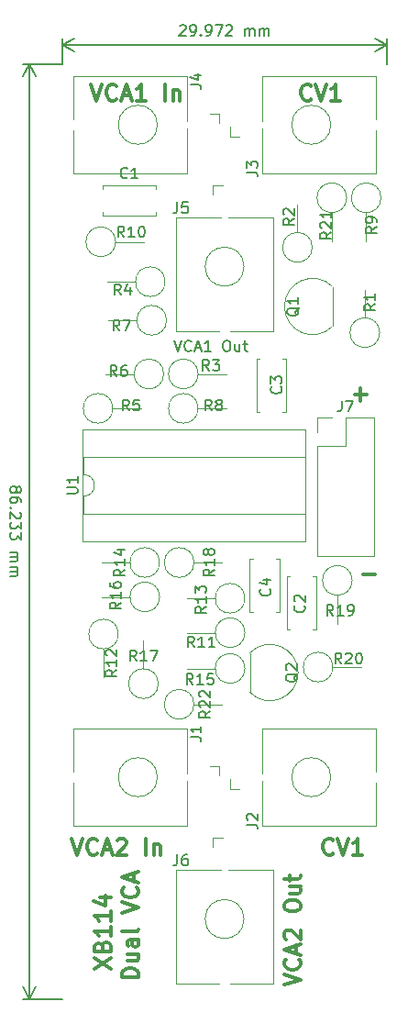
<source format=gbr>
G04 #@! TF.GenerationSoftware,KiCad,Pcbnew,(5.1.0)-1*
G04 #@! TF.CreationDate,2019-04-11T14:16:13-04:00*
G04 #@! TF.ProjectId,moog_vca,6d6f6f67-5f76-4636-912e-6b696361645f,rev?*
G04 #@! TF.SameCoordinates,Original*
G04 #@! TF.FileFunction,Legend,Top*
G04 #@! TF.FilePolarity,Positive*
%FSLAX46Y46*%
G04 Gerber Fmt 4.6, Leading zero omitted, Abs format (unit mm)*
G04 Created by KiCad (PCBNEW (5.1.0)-1) date 2019-04-11 14:16:13*
%MOMM*%
%LPD*%
G04 APERTURE LIST*
%ADD10C,0.300000*%
%ADD11C,0.200000*%
%ADD12C,0.150000*%
%ADD13C,0.120000*%
G04 APERTURE END LIST*
D10*
X179767571Y-128678285D02*
X181267571Y-127678285D01*
X179767571Y-127678285D02*
X181267571Y-128678285D01*
X180481857Y-126606857D02*
X180553285Y-126392571D01*
X180624714Y-126321142D01*
X180767571Y-126249714D01*
X180981857Y-126249714D01*
X181124714Y-126321142D01*
X181196142Y-126392571D01*
X181267571Y-126535428D01*
X181267571Y-127106857D01*
X179767571Y-127106857D01*
X179767571Y-126606857D01*
X179839000Y-126464000D01*
X179910428Y-126392571D01*
X180053285Y-126321142D01*
X180196142Y-126321142D01*
X180339000Y-126392571D01*
X180410428Y-126464000D01*
X180481857Y-126606857D01*
X180481857Y-127106857D01*
X181267571Y-124821142D02*
X181267571Y-125678285D01*
X181267571Y-125249714D02*
X179767571Y-125249714D01*
X179981857Y-125392571D01*
X180124714Y-125535428D01*
X180196142Y-125678285D01*
X181267571Y-123392571D02*
X181267571Y-124249714D01*
X181267571Y-123821142D02*
X179767571Y-123821142D01*
X179981857Y-123964000D01*
X180124714Y-124106857D01*
X180196142Y-124249714D01*
X180267571Y-122106857D02*
X181267571Y-122106857D01*
X179696142Y-122464000D02*
X180767571Y-122821142D01*
X180767571Y-121892571D01*
X183817571Y-129464000D02*
X182317571Y-129464000D01*
X182317571Y-129106857D01*
X182389000Y-128892571D01*
X182531857Y-128749714D01*
X182674714Y-128678285D01*
X182960428Y-128606857D01*
X183174714Y-128606857D01*
X183460428Y-128678285D01*
X183603285Y-128749714D01*
X183746142Y-128892571D01*
X183817571Y-129106857D01*
X183817571Y-129464000D01*
X182817571Y-127321142D02*
X183817571Y-127321142D01*
X182817571Y-127964000D02*
X183603285Y-127964000D01*
X183746142Y-127892571D01*
X183817571Y-127749714D01*
X183817571Y-127535428D01*
X183746142Y-127392571D01*
X183674714Y-127321142D01*
X183817571Y-125964000D02*
X183031857Y-125964000D01*
X182889000Y-126035428D01*
X182817571Y-126178285D01*
X182817571Y-126464000D01*
X182889000Y-126606857D01*
X183746142Y-125964000D02*
X183817571Y-126106857D01*
X183817571Y-126464000D01*
X183746142Y-126606857D01*
X183603285Y-126678285D01*
X183460428Y-126678285D01*
X183317571Y-126606857D01*
X183246142Y-126464000D01*
X183246142Y-126106857D01*
X183174714Y-125964000D01*
X183817571Y-125035428D02*
X183746142Y-125178285D01*
X183603285Y-125249714D01*
X182317571Y-125249714D01*
X182317571Y-123535428D02*
X183817571Y-123035428D01*
X182317571Y-122535428D01*
X183674714Y-121178285D02*
X183746142Y-121249714D01*
X183817571Y-121464000D01*
X183817571Y-121606857D01*
X183746142Y-121821142D01*
X183603285Y-121964000D01*
X183460428Y-122035428D01*
X183174714Y-122106857D01*
X182960428Y-122106857D01*
X182674714Y-122035428D01*
X182531857Y-121964000D01*
X182389000Y-121821142D01*
X182317571Y-121606857D01*
X182317571Y-121464000D01*
X182389000Y-121249714D01*
X182460428Y-121178285D01*
X183389000Y-120606857D02*
X183389000Y-119892571D01*
X183817571Y-120749714D02*
X182317571Y-120249714D01*
X183817571Y-119749714D01*
D11*
X187119047Y-70699380D02*
X187452380Y-71699380D01*
X187785714Y-70699380D01*
X188690476Y-71604142D02*
X188642857Y-71651761D01*
X188500000Y-71699380D01*
X188404761Y-71699380D01*
X188261904Y-71651761D01*
X188166666Y-71556523D01*
X188119047Y-71461285D01*
X188071428Y-71270809D01*
X188071428Y-71127952D01*
X188119047Y-70937476D01*
X188166666Y-70842238D01*
X188261904Y-70747000D01*
X188404761Y-70699380D01*
X188500000Y-70699380D01*
X188642857Y-70747000D01*
X188690476Y-70794619D01*
X189071428Y-71413666D02*
X189547619Y-71413666D01*
X188976190Y-71699380D02*
X189309523Y-70699380D01*
X189642857Y-71699380D01*
X190500000Y-71699380D02*
X189928571Y-71699380D01*
X190214285Y-71699380D02*
X190214285Y-70699380D01*
X190119047Y-70842238D01*
X190023809Y-70937476D01*
X189928571Y-70985095D01*
X191880952Y-70699380D02*
X192071428Y-70699380D01*
X192166666Y-70747000D01*
X192261904Y-70842238D01*
X192309523Y-71032714D01*
X192309523Y-71366047D01*
X192261904Y-71556523D01*
X192166666Y-71651761D01*
X192071428Y-71699380D01*
X191880952Y-71699380D01*
X191785714Y-71651761D01*
X191690476Y-71556523D01*
X191642857Y-71366047D01*
X191642857Y-71032714D01*
X191690476Y-70842238D01*
X191785714Y-70747000D01*
X191880952Y-70699380D01*
X193166666Y-71032714D02*
X193166666Y-71699380D01*
X192738095Y-71032714D02*
X192738095Y-71556523D01*
X192785714Y-71651761D01*
X192880952Y-71699380D01*
X193023809Y-71699380D01*
X193119047Y-71651761D01*
X193166666Y-71604142D01*
X193500000Y-71032714D02*
X193880952Y-71032714D01*
X193642857Y-70699380D02*
X193642857Y-71556523D01*
X193690476Y-71651761D01*
X193785714Y-71699380D01*
X193880952Y-71699380D01*
D10*
X179427714Y-47057571D02*
X179927714Y-48557571D01*
X180427714Y-47057571D01*
X181784857Y-48414714D02*
X181713428Y-48486142D01*
X181499142Y-48557571D01*
X181356285Y-48557571D01*
X181142000Y-48486142D01*
X180999142Y-48343285D01*
X180927714Y-48200428D01*
X180856285Y-47914714D01*
X180856285Y-47700428D01*
X180927714Y-47414714D01*
X180999142Y-47271857D01*
X181142000Y-47129000D01*
X181356285Y-47057571D01*
X181499142Y-47057571D01*
X181713428Y-47129000D01*
X181784857Y-47200428D01*
X182356285Y-48129000D02*
X183070571Y-48129000D01*
X182213428Y-48557571D02*
X182713428Y-47057571D01*
X183213428Y-48557571D01*
X184499142Y-48557571D02*
X183642000Y-48557571D01*
X184070571Y-48557571D02*
X184070571Y-47057571D01*
X183927714Y-47271857D01*
X183784857Y-47414714D01*
X183642000Y-47486142D01*
X186284857Y-48557571D02*
X186284857Y-47057571D01*
X186999142Y-47557571D02*
X186999142Y-48557571D01*
X186999142Y-47700428D02*
X187070571Y-47629000D01*
X187213428Y-47557571D01*
X187427714Y-47557571D01*
X187570571Y-47629000D01*
X187642000Y-47771857D01*
X187642000Y-48557571D01*
X197298571Y-130166428D02*
X198798571Y-129666428D01*
X197298571Y-129166428D01*
X198655714Y-127809285D02*
X198727142Y-127880714D01*
X198798571Y-128095000D01*
X198798571Y-128237857D01*
X198727142Y-128452142D01*
X198584285Y-128595000D01*
X198441428Y-128666428D01*
X198155714Y-128737857D01*
X197941428Y-128737857D01*
X197655714Y-128666428D01*
X197512857Y-128595000D01*
X197370000Y-128452142D01*
X197298571Y-128237857D01*
X197298571Y-128095000D01*
X197370000Y-127880714D01*
X197441428Y-127809285D01*
X198370000Y-127237857D02*
X198370000Y-126523571D01*
X198798571Y-127380714D02*
X197298571Y-126880714D01*
X198798571Y-126380714D01*
X197441428Y-125952142D02*
X197370000Y-125880714D01*
X197298571Y-125737857D01*
X197298571Y-125380714D01*
X197370000Y-125237857D01*
X197441428Y-125166428D01*
X197584285Y-125095000D01*
X197727142Y-125095000D01*
X197941428Y-125166428D01*
X198798571Y-126023571D01*
X198798571Y-125095000D01*
X197298571Y-123023571D02*
X197298571Y-122737857D01*
X197370000Y-122595000D01*
X197512857Y-122452142D01*
X197798571Y-122380714D01*
X198298571Y-122380714D01*
X198584285Y-122452142D01*
X198727142Y-122595000D01*
X198798571Y-122737857D01*
X198798571Y-123023571D01*
X198727142Y-123166428D01*
X198584285Y-123309285D01*
X198298571Y-123380714D01*
X197798571Y-123380714D01*
X197512857Y-123309285D01*
X197370000Y-123166428D01*
X197298571Y-123023571D01*
X197798571Y-121095000D02*
X198798571Y-121095000D01*
X197798571Y-121737857D02*
X198584285Y-121737857D01*
X198727142Y-121666428D01*
X198798571Y-121523571D01*
X198798571Y-121309285D01*
X198727142Y-121166428D01*
X198655714Y-121095000D01*
X197798571Y-120595000D02*
X197798571Y-120023571D01*
X197298571Y-120380714D02*
X198584285Y-120380714D01*
X198727142Y-120309285D01*
X198798571Y-120166428D01*
X198798571Y-120023571D01*
X177649714Y-116653571D02*
X178149714Y-118153571D01*
X178649714Y-116653571D01*
X180006857Y-118010714D02*
X179935428Y-118082142D01*
X179721142Y-118153571D01*
X179578285Y-118153571D01*
X179364000Y-118082142D01*
X179221142Y-117939285D01*
X179149714Y-117796428D01*
X179078285Y-117510714D01*
X179078285Y-117296428D01*
X179149714Y-117010714D01*
X179221142Y-116867857D01*
X179364000Y-116725000D01*
X179578285Y-116653571D01*
X179721142Y-116653571D01*
X179935428Y-116725000D01*
X180006857Y-116796428D01*
X180578285Y-117725000D02*
X181292571Y-117725000D01*
X180435428Y-118153571D02*
X180935428Y-116653571D01*
X181435428Y-118153571D01*
X181864000Y-116796428D02*
X181935428Y-116725000D01*
X182078285Y-116653571D01*
X182435428Y-116653571D01*
X182578285Y-116725000D01*
X182649714Y-116796428D01*
X182721142Y-116939285D01*
X182721142Y-117082142D01*
X182649714Y-117296428D01*
X181792571Y-118153571D01*
X182721142Y-118153571D01*
X184506857Y-118153571D02*
X184506857Y-116653571D01*
X185221142Y-117153571D02*
X185221142Y-118153571D01*
X185221142Y-117296428D02*
X185292571Y-117225000D01*
X185435428Y-117153571D01*
X185649714Y-117153571D01*
X185792571Y-117225000D01*
X185864000Y-117367857D01*
X185864000Y-118153571D01*
X201799142Y-118010714D02*
X201727714Y-118082142D01*
X201513428Y-118153571D01*
X201370571Y-118153571D01*
X201156285Y-118082142D01*
X201013428Y-117939285D01*
X200942000Y-117796428D01*
X200870571Y-117510714D01*
X200870571Y-117296428D01*
X200942000Y-117010714D01*
X201013428Y-116867857D01*
X201156285Y-116725000D01*
X201370571Y-116653571D01*
X201513428Y-116653571D01*
X201727714Y-116725000D01*
X201799142Y-116796428D01*
X202227714Y-116653571D02*
X202727714Y-118153571D01*
X203227714Y-116653571D01*
X204513428Y-118153571D02*
X203656285Y-118153571D01*
X204084857Y-118153571D02*
X204084857Y-116653571D01*
X203942000Y-116867857D01*
X203799142Y-117010714D01*
X203656285Y-117082142D01*
X199767142Y-48414714D02*
X199695714Y-48486142D01*
X199481428Y-48557571D01*
X199338571Y-48557571D01*
X199124285Y-48486142D01*
X198981428Y-48343285D01*
X198910000Y-48200428D01*
X198838571Y-47914714D01*
X198838571Y-47700428D01*
X198910000Y-47414714D01*
X198981428Y-47271857D01*
X199124285Y-47129000D01*
X199338571Y-47057571D01*
X199481428Y-47057571D01*
X199695714Y-47129000D01*
X199767142Y-47200428D01*
X200195714Y-47057571D02*
X200695714Y-48557571D01*
X201195714Y-47057571D01*
X202481428Y-48557571D02*
X201624285Y-48557571D01*
X202052857Y-48557571D02*
X202052857Y-47057571D01*
X201910000Y-47271857D01*
X201767142Y-47414714D01*
X201624285Y-47486142D01*
X204533571Y-92309142D02*
X205676428Y-92309142D01*
X203771571Y-75672142D02*
X204914428Y-75672142D01*
X204343000Y-76243571D02*
X204343000Y-75100714D01*
D12*
X172555047Y-84376119D02*
X172602666Y-84280880D01*
X172650285Y-84233261D01*
X172745523Y-84185642D01*
X172793142Y-84185642D01*
X172888380Y-84233261D01*
X172936000Y-84280880D01*
X172983619Y-84376119D01*
X172983619Y-84566595D01*
X172936000Y-84661833D01*
X172888380Y-84709452D01*
X172793142Y-84757071D01*
X172745523Y-84757071D01*
X172650285Y-84709452D01*
X172602666Y-84661833D01*
X172555047Y-84566595D01*
X172555047Y-84376119D01*
X172507428Y-84280880D01*
X172459809Y-84233261D01*
X172364571Y-84185642D01*
X172174095Y-84185642D01*
X172078857Y-84233261D01*
X172031238Y-84280880D01*
X171983619Y-84376119D01*
X171983619Y-84566595D01*
X172031238Y-84661833D01*
X172078857Y-84709452D01*
X172174095Y-84757071D01*
X172364571Y-84757071D01*
X172459809Y-84709452D01*
X172507428Y-84661833D01*
X172555047Y-84566595D01*
X172983619Y-85614214D02*
X172983619Y-85423738D01*
X172936000Y-85328500D01*
X172888380Y-85280880D01*
X172745523Y-85185642D01*
X172555047Y-85138023D01*
X172174095Y-85138023D01*
X172078857Y-85185642D01*
X172031238Y-85233261D01*
X171983619Y-85328500D01*
X171983619Y-85518976D01*
X172031238Y-85614214D01*
X172078857Y-85661833D01*
X172174095Y-85709452D01*
X172412190Y-85709452D01*
X172507428Y-85661833D01*
X172555047Y-85614214D01*
X172602666Y-85518976D01*
X172602666Y-85328500D01*
X172555047Y-85233261D01*
X172507428Y-85185642D01*
X172412190Y-85138023D01*
X172078857Y-86138023D02*
X172031238Y-86185642D01*
X171983619Y-86138023D01*
X172031238Y-86090404D01*
X172078857Y-86138023D01*
X171983619Y-86138023D01*
X172888380Y-86566595D02*
X172936000Y-86614214D01*
X172983619Y-86709452D01*
X172983619Y-86947547D01*
X172936000Y-87042785D01*
X172888380Y-87090404D01*
X172793142Y-87138023D01*
X172697904Y-87138023D01*
X172555047Y-87090404D01*
X171983619Y-86518976D01*
X171983619Y-87138023D01*
X172983619Y-87471357D02*
X172983619Y-88090404D01*
X172602666Y-87757071D01*
X172602666Y-87899928D01*
X172555047Y-87995166D01*
X172507428Y-88042785D01*
X172412190Y-88090404D01*
X172174095Y-88090404D01*
X172078857Y-88042785D01*
X172031238Y-87995166D01*
X171983619Y-87899928D01*
X171983619Y-87614214D01*
X172031238Y-87518976D01*
X172078857Y-87471357D01*
X172983619Y-88423738D02*
X172983619Y-89042785D01*
X172602666Y-88709452D01*
X172602666Y-88852309D01*
X172555047Y-88947547D01*
X172507428Y-88995166D01*
X172412190Y-89042785D01*
X172174095Y-89042785D01*
X172078857Y-88995166D01*
X172031238Y-88947547D01*
X171983619Y-88852309D01*
X171983619Y-88566595D01*
X172031238Y-88471357D01*
X172078857Y-88423738D01*
X171983619Y-90233261D02*
X172650285Y-90233261D01*
X172555047Y-90233261D02*
X172602666Y-90280880D01*
X172650285Y-90376119D01*
X172650285Y-90518976D01*
X172602666Y-90614214D01*
X172507428Y-90661833D01*
X171983619Y-90661833D01*
X172507428Y-90661833D02*
X172602666Y-90709452D01*
X172650285Y-90804690D01*
X172650285Y-90947547D01*
X172602666Y-91042785D01*
X172507428Y-91090404D01*
X171983619Y-91090404D01*
X171983619Y-91566595D02*
X172650285Y-91566595D01*
X172555047Y-91566595D02*
X172602666Y-91614214D01*
X172650285Y-91709452D01*
X172650285Y-91852309D01*
X172602666Y-91947547D01*
X172507428Y-91995166D01*
X171983619Y-91995166D01*
X172507428Y-91995166D02*
X172602666Y-92042785D01*
X172650285Y-92138023D01*
X172650285Y-92280880D01*
X172602666Y-92376119D01*
X172507428Y-92423738D01*
X171983619Y-92423738D01*
X173736000Y-45212000D02*
X173736000Y-131445000D01*
X176784000Y-45212000D02*
X173149579Y-45212000D01*
X176784000Y-131445000D02*
X173149579Y-131445000D01*
X173736000Y-131445000D02*
X173149579Y-130318496D01*
X173736000Y-131445000D02*
X174322421Y-130318496D01*
X173736000Y-45212000D02*
X173149579Y-46338504D01*
X173736000Y-45212000D02*
X174322421Y-46338504D01*
X187627142Y-41681619D02*
X187674761Y-41634000D01*
X187770000Y-41586380D01*
X188008095Y-41586380D01*
X188103333Y-41634000D01*
X188150952Y-41681619D01*
X188198571Y-41776857D01*
X188198571Y-41872095D01*
X188150952Y-42014952D01*
X187579523Y-42586380D01*
X188198571Y-42586380D01*
X188674761Y-42586380D02*
X188865238Y-42586380D01*
X188960476Y-42538761D01*
X189008095Y-42491142D01*
X189103333Y-42348285D01*
X189150952Y-42157809D01*
X189150952Y-41776857D01*
X189103333Y-41681619D01*
X189055714Y-41634000D01*
X188960476Y-41586380D01*
X188770000Y-41586380D01*
X188674761Y-41634000D01*
X188627142Y-41681619D01*
X188579523Y-41776857D01*
X188579523Y-42014952D01*
X188627142Y-42110190D01*
X188674761Y-42157809D01*
X188770000Y-42205428D01*
X188960476Y-42205428D01*
X189055714Y-42157809D01*
X189103333Y-42110190D01*
X189150952Y-42014952D01*
X189579523Y-42491142D02*
X189627142Y-42538761D01*
X189579523Y-42586380D01*
X189531904Y-42538761D01*
X189579523Y-42491142D01*
X189579523Y-42586380D01*
X190103333Y-42586380D02*
X190293809Y-42586380D01*
X190389047Y-42538761D01*
X190436666Y-42491142D01*
X190531904Y-42348285D01*
X190579523Y-42157809D01*
X190579523Y-41776857D01*
X190531904Y-41681619D01*
X190484285Y-41634000D01*
X190389047Y-41586380D01*
X190198571Y-41586380D01*
X190103333Y-41634000D01*
X190055714Y-41681619D01*
X190008095Y-41776857D01*
X190008095Y-42014952D01*
X190055714Y-42110190D01*
X190103333Y-42157809D01*
X190198571Y-42205428D01*
X190389047Y-42205428D01*
X190484285Y-42157809D01*
X190531904Y-42110190D01*
X190579523Y-42014952D01*
X190912857Y-41586380D02*
X191579523Y-41586380D01*
X191150952Y-42586380D01*
X191912857Y-41681619D02*
X191960476Y-41634000D01*
X192055714Y-41586380D01*
X192293809Y-41586380D01*
X192389047Y-41634000D01*
X192436666Y-41681619D01*
X192484285Y-41776857D01*
X192484285Y-41872095D01*
X192436666Y-42014952D01*
X191865238Y-42586380D01*
X192484285Y-42586380D01*
X193674761Y-42586380D02*
X193674761Y-41919714D01*
X193674761Y-42014952D02*
X193722380Y-41967333D01*
X193817619Y-41919714D01*
X193960476Y-41919714D01*
X194055714Y-41967333D01*
X194103333Y-42062571D01*
X194103333Y-42586380D01*
X194103333Y-42062571D02*
X194150952Y-41967333D01*
X194246190Y-41919714D01*
X194389047Y-41919714D01*
X194484285Y-41967333D01*
X194531904Y-42062571D01*
X194531904Y-42586380D01*
X195008095Y-42586380D02*
X195008095Y-41919714D01*
X195008095Y-42014952D02*
X195055714Y-41967333D01*
X195150952Y-41919714D01*
X195293809Y-41919714D01*
X195389047Y-41967333D01*
X195436666Y-42062571D01*
X195436666Y-42586380D01*
X195436666Y-42062571D02*
X195484285Y-41967333D01*
X195579523Y-41919714D01*
X195722380Y-41919714D01*
X195817619Y-41967333D01*
X195865238Y-42062571D01*
X195865238Y-42586380D01*
X176784000Y-43434000D02*
X206756000Y-43434000D01*
X176784000Y-45212000D02*
X176784000Y-42847579D01*
X206756000Y-45212000D02*
X206756000Y-42847579D01*
X206756000Y-43434000D02*
X205629496Y-44020421D01*
X206756000Y-43434000D02*
X205629496Y-42847579D01*
X176784000Y-43434000D02*
X177910504Y-44020421D01*
X176784000Y-43434000D02*
X177910504Y-42847579D01*
D13*
X178696000Y-78934000D02*
X178696000Y-89214000D01*
X199256000Y-78934000D02*
X178696000Y-78934000D01*
X199256000Y-89214000D02*
X199256000Y-78934000D01*
X178696000Y-89214000D02*
X199256000Y-89214000D01*
X178756000Y-81424000D02*
X178756000Y-83074000D01*
X199196000Y-81424000D02*
X178756000Y-81424000D01*
X199196000Y-86724000D02*
X199196000Y-81424000D01*
X178756000Y-86724000D02*
X199196000Y-86724000D01*
X178756000Y-85074000D02*
X178756000Y-86724000D01*
X178756000Y-83074000D02*
G75*
G02X178756000Y-85074000I0J-1000000D01*
G01*
X188949000Y-104267000D02*
X191559000Y-104267000D01*
X188949000Y-104267000D02*
G75*
G03X188949000Y-104267000I-1370000J0D01*
G01*
X201676000Y-58901000D02*
X201676000Y-61511000D01*
X203046000Y-57531000D02*
G75*
G03X203046000Y-57531000I-1370000J0D01*
G01*
X201776000Y-100838000D02*
X204386000Y-100838000D01*
X201776000Y-100838000D02*
G75*
G03X201776000Y-100838000I-1370000J0D01*
G01*
X202184000Y-94207000D02*
X202184000Y-96817000D01*
X203554000Y-92837000D02*
G75*
G03X203554000Y-92837000I-1370000J0D01*
G01*
X188949000Y-91186000D02*
X191559000Y-91186000D01*
X188949000Y-91186000D02*
G75*
G03X188949000Y-91186000I-1370000J0D01*
G01*
X184277000Y-100992000D02*
X184277000Y-98382000D01*
X185647000Y-102362000D02*
G75*
G03X185647000Y-102362000I-1370000J0D01*
G01*
X183034000Y-94361000D02*
X180424000Y-94361000D01*
X185774000Y-94361000D02*
G75*
G03X185774000Y-94361000I-1370000J0D01*
G01*
X190908000Y-100965000D02*
X188298000Y-100965000D01*
X193648000Y-100965000D02*
G75*
G03X193648000Y-100965000I-1370000J0D01*
G01*
X183034000Y-91186000D02*
X180424000Y-91186000D01*
X185774000Y-91186000D02*
G75*
G03X185774000Y-91186000I-1370000J0D01*
G01*
X190908000Y-94488000D02*
X188298000Y-94488000D01*
X193648000Y-94488000D02*
G75*
G03X193648000Y-94488000I-1370000J0D01*
G01*
X180594000Y-99160000D02*
X180594000Y-101770000D01*
X181964000Y-97790000D02*
G75*
G03X181964000Y-97790000I-1370000J0D01*
G01*
X190908000Y-97663000D02*
X188298000Y-97663000D01*
X193648000Y-97663000D02*
G75*
G03X193648000Y-97663000I-1370000J0D01*
G01*
X181710000Y-61595000D02*
X184320000Y-61595000D01*
X181710000Y-61595000D02*
G75*
G03X181710000Y-61595000I-1370000J0D01*
G01*
X204851000Y-58901000D02*
X204851000Y-61511000D01*
X206221000Y-57531000D02*
G75*
G03X206221000Y-57531000I-1370000J0D01*
G01*
X189330000Y-76962000D02*
X191940000Y-76962000D01*
X189330000Y-76962000D02*
G75*
G03X189330000Y-76962000I-1370000J0D01*
G01*
X183669000Y-68834000D02*
X181059000Y-68834000D01*
X186409000Y-68834000D02*
G75*
G03X186409000Y-68834000I-1370000J0D01*
G01*
X183415000Y-73787000D02*
X180805000Y-73787000D01*
X186155000Y-73787000D02*
G75*
G03X186155000Y-73787000I-1370000J0D01*
G01*
X181456000Y-76962000D02*
X184066000Y-76962000D01*
X181456000Y-76962000D02*
G75*
G03X181456000Y-76962000I-1370000J0D01*
G01*
X183542000Y-65278000D02*
X180932000Y-65278000D01*
X186282000Y-65278000D02*
G75*
G03X186282000Y-65278000I-1370000J0D01*
G01*
X189330000Y-73787000D02*
X191940000Y-73787000D01*
X189330000Y-73787000D02*
G75*
G03X189330000Y-73787000I-1370000J0D01*
G01*
X198501000Y-60733000D02*
X198501000Y-58123000D01*
X199871000Y-62103000D02*
G75*
G03X199871000Y-62103000I-1370000J0D01*
G01*
X204724000Y-68607000D02*
X204724000Y-65997000D01*
X206094000Y-69977000D02*
G75*
G03X206094000Y-69977000I-1370000J0D01*
G01*
X194122522Y-103184478D02*
G75*
G03X198561000Y-101346000I1838478J1838478D01*
G01*
X194122522Y-99507522D02*
G75*
G02X198561000Y-101346000I1838478J-1838478D01*
G01*
X194111000Y-99546000D02*
X194111000Y-103146000D01*
X201736478Y-65725522D02*
G75*
G03X197298000Y-67564000I-1838478J-1838478D01*
G01*
X201736478Y-69402478D02*
G75*
G02X197298000Y-67564000I-1838478J1838478D01*
G01*
X201748000Y-69364000D02*
X201748000Y-65764000D01*
X200346000Y-77791000D02*
X201676000Y-77791000D01*
X200346000Y-79121000D02*
X200346000Y-77791000D01*
X202946000Y-77791000D02*
X205546000Y-77791000D01*
X202946000Y-80391000D02*
X202946000Y-77791000D01*
X200346000Y-80391000D02*
X202946000Y-80391000D01*
X205546000Y-77791000D02*
X205546000Y-90611000D01*
X200346000Y-80391000D02*
X200346000Y-90611000D01*
X200346000Y-90611000D02*
X205546000Y-90611000D01*
X190710000Y-116602000D02*
X191570000Y-116602000D01*
X190710000Y-116602000D02*
X190710000Y-117402000D01*
X193570000Y-124082000D02*
G75*
G03X193570000Y-124082000I-1800000J0D01*
G01*
X191420000Y-119582000D02*
X187270000Y-119582000D01*
X196270000Y-119582000D02*
X192120000Y-119582000D01*
X191270000Y-130082000D02*
X187270000Y-130082000D01*
X196270000Y-130082000D02*
X192270000Y-130082000D01*
X196270000Y-119582000D02*
X196270000Y-130082000D01*
X187270000Y-119582000D02*
X187270000Y-130082000D01*
X190710000Y-56404000D02*
X191570000Y-56404000D01*
X190710000Y-56404000D02*
X190710000Y-57204000D01*
X193570000Y-63884000D02*
G75*
G03X193570000Y-63884000I-1800000J0D01*
G01*
X191420000Y-59384000D02*
X187270000Y-59384000D01*
X196270000Y-59384000D02*
X192120000Y-59384000D01*
X191270000Y-69884000D02*
X187270000Y-69884000D01*
X196270000Y-69884000D02*
X192270000Y-69884000D01*
X196270000Y-59384000D02*
X196270000Y-69884000D01*
X187270000Y-59384000D02*
X187270000Y-69884000D01*
X191246000Y-49740000D02*
X191246000Y-50600000D01*
X191246000Y-49740000D02*
X190446000Y-49740000D01*
X185566000Y-50800000D02*
G75*
G03X185566000Y-50800000I-1800000J0D01*
G01*
X188266000Y-50450000D02*
X188266000Y-46300000D01*
X188266000Y-55300000D02*
X188266000Y-51150000D01*
X177766000Y-50300000D02*
X177766000Y-46300000D01*
X177766000Y-55300000D02*
X177766000Y-51300000D01*
X188266000Y-55300000D02*
X177766000Y-55300000D01*
X188266000Y-46300000D02*
X177766000Y-46300000D01*
X192294000Y-51860000D02*
X192294000Y-51000000D01*
X192294000Y-51860000D02*
X193094000Y-51860000D01*
X201574000Y-50800000D02*
G75*
G03X201574000Y-50800000I-1800000J0D01*
G01*
X195274000Y-51150000D02*
X195274000Y-55300000D01*
X195274000Y-46300000D02*
X195274000Y-50450000D01*
X205774000Y-51300000D02*
X205774000Y-55300000D01*
X205774000Y-46300000D02*
X205774000Y-50300000D01*
X195274000Y-46300000D02*
X205774000Y-46300000D01*
X195274000Y-55300000D02*
X205774000Y-55300000D01*
X192294000Y-112058000D02*
X192294000Y-111198000D01*
X192294000Y-112058000D02*
X193094000Y-112058000D01*
X201574000Y-110998000D02*
G75*
G03X201574000Y-110998000I-1800000J0D01*
G01*
X195274000Y-111348000D02*
X195274000Y-115498000D01*
X195274000Y-106498000D02*
X195274000Y-110648000D01*
X205774000Y-111498000D02*
X205774000Y-115498000D01*
X205774000Y-106498000D02*
X205774000Y-110498000D01*
X195274000Y-106498000D02*
X205774000Y-106498000D01*
X195274000Y-115498000D02*
X205774000Y-115498000D01*
X191246000Y-109938000D02*
X191246000Y-110798000D01*
X191246000Y-109938000D02*
X190446000Y-109938000D01*
X185566000Y-110998000D02*
G75*
G03X185566000Y-110998000I-1800000J0D01*
G01*
X188266000Y-110648000D02*
X188266000Y-106498000D01*
X188266000Y-115498000D02*
X188266000Y-111348000D01*
X177766000Y-110498000D02*
X177766000Y-106498000D01*
X177766000Y-115498000D02*
X177766000Y-111498000D01*
X188266000Y-115498000D02*
X177766000Y-115498000D01*
X188266000Y-106498000D02*
X177766000Y-106498000D01*
X194398000Y-95775000D02*
X194083000Y-95775000D01*
X196823000Y-95775000D02*
X196508000Y-95775000D01*
X194398000Y-90835000D02*
X194083000Y-90835000D01*
X196823000Y-90835000D02*
X196508000Y-90835000D01*
X194083000Y-90835000D02*
X194083000Y-95775000D01*
X196823000Y-90835000D02*
X196823000Y-95775000D01*
X197143000Y-72373000D02*
X197458000Y-72373000D01*
X194718000Y-72373000D02*
X195033000Y-72373000D01*
X197143000Y-77313000D02*
X197458000Y-77313000D01*
X194718000Y-77313000D02*
X195033000Y-77313000D01*
X197458000Y-77313000D02*
X197458000Y-72373000D01*
X194718000Y-77313000D02*
X194718000Y-72373000D01*
X199937000Y-92439000D02*
X200252000Y-92439000D01*
X197512000Y-92439000D02*
X197827000Y-92439000D01*
X199937000Y-97379000D02*
X200252000Y-97379000D01*
X197512000Y-97379000D02*
X197827000Y-97379000D01*
X200252000Y-97379000D02*
X200252000Y-92439000D01*
X197512000Y-97379000D02*
X197512000Y-92439000D01*
X185437000Y-58840000D02*
X185437000Y-59155000D01*
X185437000Y-56415000D02*
X185437000Y-56730000D01*
X180497000Y-58840000D02*
X180497000Y-59155000D01*
X180497000Y-56415000D02*
X180497000Y-56730000D01*
X180497000Y-59155000D02*
X185437000Y-59155000D01*
X180497000Y-56415000D02*
X185437000Y-56415000D01*
D12*
X177208380Y-84835904D02*
X178017904Y-84835904D01*
X178113142Y-84788285D01*
X178160761Y-84740666D01*
X178208380Y-84645428D01*
X178208380Y-84454952D01*
X178160761Y-84359714D01*
X178113142Y-84312095D01*
X178017904Y-84264476D01*
X177208380Y-84264476D01*
X178208380Y-83264476D02*
X178208380Y-83835904D01*
X178208380Y-83550190D02*
X177208380Y-83550190D01*
X177351238Y-83645428D01*
X177446476Y-83740666D01*
X177494095Y-83835904D01*
X190444380Y-104909857D02*
X189968190Y-105243190D01*
X190444380Y-105481285D02*
X189444380Y-105481285D01*
X189444380Y-105100333D01*
X189492000Y-105005095D01*
X189539619Y-104957476D01*
X189634857Y-104909857D01*
X189777714Y-104909857D01*
X189872952Y-104957476D01*
X189920571Y-105005095D01*
X189968190Y-105100333D01*
X189968190Y-105481285D01*
X189539619Y-104528904D02*
X189492000Y-104481285D01*
X189444380Y-104386047D01*
X189444380Y-104147952D01*
X189492000Y-104052714D01*
X189539619Y-104005095D01*
X189634857Y-103957476D01*
X189730095Y-103957476D01*
X189872952Y-104005095D01*
X190444380Y-104576523D01*
X190444380Y-103957476D01*
X189539619Y-103576523D02*
X189492000Y-103528904D01*
X189444380Y-103433666D01*
X189444380Y-103195571D01*
X189492000Y-103100333D01*
X189539619Y-103052714D01*
X189634857Y-103005095D01*
X189730095Y-103005095D01*
X189872952Y-103052714D01*
X190444380Y-103624142D01*
X190444380Y-103005095D01*
X201620380Y-60713857D02*
X201144190Y-61047190D01*
X201620380Y-61285285D02*
X200620380Y-61285285D01*
X200620380Y-60904333D01*
X200668000Y-60809095D01*
X200715619Y-60761476D01*
X200810857Y-60713857D01*
X200953714Y-60713857D01*
X201048952Y-60761476D01*
X201096571Y-60809095D01*
X201144190Y-60904333D01*
X201144190Y-61285285D01*
X200715619Y-60332904D02*
X200668000Y-60285285D01*
X200620380Y-60190047D01*
X200620380Y-59951952D01*
X200668000Y-59856714D01*
X200715619Y-59809095D01*
X200810857Y-59761476D01*
X200906095Y-59761476D01*
X201048952Y-59809095D01*
X201620380Y-60380523D01*
X201620380Y-59761476D01*
X201620380Y-58809095D02*
X201620380Y-59380523D01*
X201620380Y-59094809D02*
X200620380Y-59094809D01*
X200763238Y-59190047D01*
X200858476Y-59285285D01*
X200906095Y-59380523D01*
X202557142Y-100528380D02*
X202223809Y-100052190D01*
X201985714Y-100528380D02*
X201985714Y-99528380D01*
X202366666Y-99528380D01*
X202461904Y-99576000D01*
X202509523Y-99623619D01*
X202557142Y-99718857D01*
X202557142Y-99861714D01*
X202509523Y-99956952D01*
X202461904Y-100004571D01*
X202366666Y-100052190D01*
X201985714Y-100052190D01*
X202938095Y-99623619D02*
X202985714Y-99576000D01*
X203080952Y-99528380D01*
X203319047Y-99528380D01*
X203414285Y-99576000D01*
X203461904Y-99623619D01*
X203509523Y-99718857D01*
X203509523Y-99814095D01*
X203461904Y-99956952D01*
X202890476Y-100528380D01*
X203509523Y-100528380D01*
X204128571Y-99528380D02*
X204223809Y-99528380D01*
X204319047Y-99576000D01*
X204366666Y-99623619D01*
X204414285Y-99718857D01*
X204461904Y-99909333D01*
X204461904Y-100147428D01*
X204414285Y-100337904D01*
X204366666Y-100433142D01*
X204319047Y-100480761D01*
X204223809Y-100528380D01*
X204128571Y-100528380D01*
X204033333Y-100480761D01*
X203985714Y-100433142D01*
X203938095Y-100337904D01*
X203890476Y-100147428D01*
X203890476Y-99909333D01*
X203938095Y-99718857D01*
X203985714Y-99623619D01*
X204033333Y-99576000D01*
X204128571Y-99528380D01*
X201795142Y-96083380D02*
X201461809Y-95607190D01*
X201223714Y-96083380D02*
X201223714Y-95083380D01*
X201604666Y-95083380D01*
X201699904Y-95131000D01*
X201747523Y-95178619D01*
X201795142Y-95273857D01*
X201795142Y-95416714D01*
X201747523Y-95511952D01*
X201699904Y-95559571D01*
X201604666Y-95607190D01*
X201223714Y-95607190D01*
X202747523Y-96083380D02*
X202176095Y-96083380D01*
X202461809Y-96083380D02*
X202461809Y-95083380D01*
X202366571Y-95226238D01*
X202271333Y-95321476D01*
X202176095Y-95369095D01*
X203223714Y-96083380D02*
X203414190Y-96083380D01*
X203509428Y-96035761D01*
X203557047Y-95988142D01*
X203652285Y-95845285D01*
X203699904Y-95654809D01*
X203699904Y-95273857D01*
X203652285Y-95178619D01*
X203604666Y-95131000D01*
X203509428Y-95083380D01*
X203318952Y-95083380D01*
X203223714Y-95131000D01*
X203176095Y-95178619D01*
X203128476Y-95273857D01*
X203128476Y-95511952D01*
X203176095Y-95607190D01*
X203223714Y-95654809D01*
X203318952Y-95702428D01*
X203509428Y-95702428D01*
X203604666Y-95654809D01*
X203652285Y-95607190D01*
X203699904Y-95511952D01*
X190825380Y-91828857D02*
X190349190Y-92162190D01*
X190825380Y-92400285D02*
X189825380Y-92400285D01*
X189825380Y-92019333D01*
X189873000Y-91924095D01*
X189920619Y-91876476D01*
X190015857Y-91828857D01*
X190158714Y-91828857D01*
X190253952Y-91876476D01*
X190301571Y-91924095D01*
X190349190Y-92019333D01*
X190349190Y-92400285D01*
X190825380Y-90876476D02*
X190825380Y-91447904D01*
X190825380Y-91162190D02*
X189825380Y-91162190D01*
X189968238Y-91257428D01*
X190063476Y-91352666D01*
X190111095Y-91447904D01*
X190253952Y-90305047D02*
X190206333Y-90400285D01*
X190158714Y-90447904D01*
X190063476Y-90495523D01*
X190015857Y-90495523D01*
X189920619Y-90447904D01*
X189873000Y-90400285D01*
X189825380Y-90305047D01*
X189825380Y-90114571D01*
X189873000Y-90019333D01*
X189920619Y-89971714D01*
X190015857Y-89924095D01*
X190063476Y-89924095D01*
X190158714Y-89971714D01*
X190206333Y-90019333D01*
X190253952Y-90114571D01*
X190253952Y-90305047D01*
X190301571Y-90400285D01*
X190349190Y-90447904D01*
X190444428Y-90495523D01*
X190634904Y-90495523D01*
X190730142Y-90447904D01*
X190777761Y-90400285D01*
X190825380Y-90305047D01*
X190825380Y-90114571D01*
X190777761Y-90019333D01*
X190730142Y-89971714D01*
X190634904Y-89924095D01*
X190444428Y-89924095D01*
X190349190Y-89971714D01*
X190301571Y-90019333D01*
X190253952Y-90114571D01*
X183634142Y-100274380D02*
X183300809Y-99798190D01*
X183062714Y-100274380D02*
X183062714Y-99274380D01*
X183443666Y-99274380D01*
X183538904Y-99322000D01*
X183586523Y-99369619D01*
X183634142Y-99464857D01*
X183634142Y-99607714D01*
X183586523Y-99702952D01*
X183538904Y-99750571D01*
X183443666Y-99798190D01*
X183062714Y-99798190D01*
X184586523Y-100274380D02*
X184015095Y-100274380D01*
X184300809Y-100274380D02*
X184300809Y-99274380D01*
X184205571Y-99417238D01*
X184110333Y-99512476D01*
X184015095Y-99560095D01*
X184919857Y-99274380D02*
X185586523Y-99274380D01*
X185157952Y-100274380D01*
X182189380Y-94876857D02*
X181713190Y-95210190D01*
X182189380Y-95448285D02*
X181189380Y-95448285D01*
X181189380Y-95067333D01*
X181237000Y-94972095D01*
X181284619Y-94924476D01*
X181379857Y-94876857D01*
X181522714Y-94876857D01*
X181617952Y-94924476D01*
X181665571Y-94972095D01*
X181713190Y-95067333D01*
X181713190Y-95448285D01*
X182189380Y-93924476D02*
X182189380Y-94495904D01*
X182189380Y-94210190D02*
X181189380Y-94210190D01*
X181332238Y-94305428D01*
X181427476Y-94400666D01*
X181475095Y-94495904D01*
X181189380Y-93067333D02*
X181189380Y-93257809D01*
X181237000Y-93353047D01*
X181284619Y-93400666D01*
X181427476Y-93495904D01*
X181617952Y-93543523D01*
X181998904Y-93543523D01*
X182094142Y-93495904D01*
X182141761Y-93448285D01*
X182189380Y-93353047D01*
X182189380Y-93162571D01*
X182141761Y-93067333D01*
X182094142Y-93019714D01*
X181998904Y-92972095D01*
X181760809Y-92972095D01*
X181665571Y-93019714D01*
X181617952Y-93067333D01*
X181570333Y-93162571D01*
X181570333Y-93353047D01*
X181617952Y-93448285D01*
X181665571Y-93495904D01*
X181760809Y-93543523D01*
X188841142Y-102433380D02*
X188507809Y-101957190D01*
X188269714Y-102433380D02*
X188269714Y-101433380D01*
X188650666Y-101433380D01*
X188745904Y-101481000D01*
X188793523Y-101528619D01*
X188841142Y-101623857D01*
X188841142Y-101766714D01*
X188793523Y-101861952D01*
X188745904Y-101909571D01*
X188650666Y-101957190D01*
X188269714Y-101957190D01*
X189793523Y-102433380D02*
X189222095Y-102433380D01*
X189507809Y-102433380D02*
X189507809Y-101433380D01*
X189412571Y-101576238D01*
X189317333Y-101671476D01*
X189222095Y-101719095D01*
X190698285Y-101433380D02*
X190222095Y-101433380D01*
X190174476Y-101909571D01*
X190222095Y-101861952D01*
X190317333Y-101814333D01*
X190555428Y-101814333D01*
X190650666Y-101861952D01*
X190698285Y-101909571D01*
X190745904Y-102004809D01*
X190745904Y-102242904D01*
X190698285Y-102338142D01*
X190650666Y-102385761D01*
X190555428Y-102433380D01*
X190317333Y-102433380D01*
X190222095Y-102385761D01*
X190174476Y-102338142D01*
X182570380Y-91828857D02*
X182094190Y-92162190D01*
X182570380Y-92400285D02*
X181570380Y-92400285D01*
X181570380Y-92019333D01*
X181618000Y-91924095D01*
X181665619Y-91876476D01*
X181760857Y-91828857D01*
X181903714Y-91828857D01*
X181998952Y-91876476D01*
X182046571Y-91924095D01*
X182094190Y-92019333D01*
X182094190Y-92400285D01*
X182570380Y-90876476D02*
X182570380Y-91447904D01*
X182570380Y-91162190D02*
X181570380Y-91162190D01*
X181713238Y-91257428D01*
X181808476Y-91352666D01*
X181856095Y-91447904D01*
X181903714Y-90019333D02*
X182570380Y-90019333D01*
X181522761Y-90257428D02*
X182237047Y-90495523D01*
X182237047Y-89876476D01*
X190063380Y-95257857D02*
X189587190Y-95591190D01*
X190063380Y-95829285D02*
X189063380Y-95829285D01*
X189063380Y-95448333D01*
X189111000Y-95353095D01*
X189158619Y-95305476D01*
X189253857Y-95257857D01*
X189396714Y-95257857D01*
X189491952Y-95305476D01*
X189539571Y-95353095D01*
X189587190Y-95448333D01*
X189587190Y-95829285D01*
X190063380Y-94305476D02*
X190063380Y-94876904D01*
X190063380Y-94591190D02*
X189063380Y-94591190D01*
X189206238Y-94686428D01*
X189301476Y-94781666D01*
X189349095Y-94876904D01*
X189063380Y-93972142D02*
X189063380Y-93353095D01*
X189444333Y-93686428D01*
X189444333Y-93543571D01*
X189491952Y-93448333D01*
X189539571Y-93400714D01*
X189634809Y-93353095D01*
X189872904Y-93353095D01*
X189968142Y-93400714D01*
X190015761Y-93448333D01*
X190063380Y-93543571D01*
X190063380Y-93829285D01*
X190015761Y-93924523D01*
X189968142Y-93972142D01*
X181808380Y-101099857D02*
X181332190Y-101433190D01*
X181808380Y-101671285D02*
X180808380Y-101671285D01*
X180808380Y-101290333D01*
X180856000Y-101195095D01*
X180903619Y-101147476D01*
X180998857Y-101099857D01*
X181141714Y-101099857D01*
X181236952Y-101147476D01*
X181284571Y-101195095D01*
X181332190Y-101290333D01*
X181332190Y-101671285D01*
X181808380Y-100147476D02*
X181808380Y-100718904D01*
X181808380Y-100433190D02*
X180808380Y-100433190D01*
X180951238Y-100528428D01*
X181046476Y-100623666D01*
X181094095Y-100718904D01*
X180903619Y-99766523D02*
X180856000Y-99718904D01*
X180808380Y-99623666D01*
X180808380Y-99385571D01*
X180856000Y-99290333D01*
X180903619Y-99242714D01*
X180998857Y-99195095D01*
X181094095Y-99195095D01*
X181236952Y-99242714D01*
X181808380Y-99814142D01*
X181808380Y-99195095D01*
X188968142Y-99004380D02*
X188634809Y-98528190D01*
X188396714Y-99004380D02*
X188396714Y-98004380D01*
X188777666Y-98004380D01*
X188872904Y-98052000D01*
X188920523Y-98099619D01*
X188968142Y-98194857D01*
X188968142Y-98337714D01*
X188920523Y-98432952D01*
X188872904Y-98480571D01*
X188777666Y-98528190D01*
X188396714Y-98528190D01*
X189920523Y-99004380D02*
X189349095Y-99004380D01*
X189634809Y-99004380D02*
X189634809Y-98004380D01*
X189539571Y-98147238D01*
X189444333Y-98242476D01*
X189349095Y-98290095D01*
X190872904Y-99004380D02*
X190301476Y-99004380D01*
X190587190Y-99004380D02*
X190587190Y-98004380D01*
X190491952Y-98147238D01*
X190396714Y-98242476D01*
X190301476Y-98290095D01*
X182491142Y-61158380D02*
X182157809Y-60682190D01*
X181919714Y-61158380D02*
X181919714Y-60158380D01*
X182300666Y-60158380D01*
X182395904Y-60206000D01*
X182443523Y-60253619D01*
X182491142Y-60348857D01*
X182491142Y-60491714D01*
X182443523Y-60586952D01*
X182395904Y-60634571D01*
X182300666Y-60682190D01*
X181919714Y-60682190D01*
X183443523Y-61158380D02*
X182872095Y-61158380D01*
X183157809Y-61158380D02*
X183157809Y-60158380D01*
X183062571Y-60301238D01*
X182967333Y-60396476D01*
X182872095Y-60444095D01*
X184062571Y-60158380D02*
X184157809Y-60158380D01*
X184253047Y-60206000D01*
X184300666Y-60253619D01*
X184348285Y-60348857D01*
X184395904Y-60539333D01*
X184395904Y-60777428D01*
X184348285Y-60967904D01*
X184300666Y-61063142D01*
X184253047Y-61110761D01*
X184157809Y-61158380D01*
X184062571Y-61158380D01*
X183967333Y-61110761D01*
X183919714Y-61063142D01*
X183872095Y-60967904D01*
X183824476Y-60777428D01*
X183824476Y-60539333D01*
X183872095Y-60348857D01*
X183919714Y-60253619D01*
X183967333Y-60206000D01*
X184062571Y-60158380D01*
X205811380Y-60237666D02*
X205335190Y-60571000D01*
X205811380Y-60809095D02*
X204811380Y-60809095D01*
X204811380Y-60428142D01*
X204859000Y-60332904D01*
X204906619Y-60285285D01*
X205001857Y-60237666D01*
X205144714Y-60237666D01*
X205239952Y-60285285D01*
X205287571Y-60332904D01*
X205335190Y-60428142D01*
X205335190Y-60809095D01*
X205811380Y-59761476D02*
X205811380Y-59571000D01*
X205763761Y-59475761D01*
X205716142Y-59428142D01*
X205573285Y-59332904D01*
X205382809Y-59285285D01*
X205001857Y-59285285D01*
X204906619Y-59332904D01*
X204859000Y-59380523D01*
X204811380Y-59475761D01*
X204811380Y-59666238D01*
X204859000Y-59761476D01*
X204906619Y-59809095D01*
X205001857Y-59856714D01*
X205239952Y-59856714D01*
X205335190Y-59809095D01*
X205382809Y-59761476D01*
X205430428Y-59666238D01*
X205430428Y-59475761D01*
X205382809Y-59380523D01*
X205335190Y-59332904D01*
X205239952Y-59285285D01*
X190587333Y-77160380D02*
X190254000Y-76684190D01*
X190015904Y-77160380D02*
X190015904Y-76160380D01*
X190396857Y-76160380D01*
X190492095Y-76208000D01*
X190539714Y-76255619D01*
X190587333Y-76350857D01*
X190587333Y-76493714D01*
X190539714Y-76588952D01*
X190492095Y-76636571D01*
X190396857Y-76684190D01*
X190015904Y-76684190D01*
X191158761Y-76588952D02*
X191063523Y-76541333D01*
X191015904Y-76493714D01*
X190968285Y-76398476D01*
X190968285Y-76350857D01*
X191015904Y-76255619D01*
X191063523Y-76208000D01*
X191158761Y-76160380D01*
X191349238Y-76160380D01*
X191444476Y-76208000D01*
X191492095Y-76255619D01*
X191539714Y-76350857D01*
X191539714Y-76398476D01*
X191492095Y-76493714D01*
X191444476Y-76541333D01*
X191349238Y-76588952D01*
X191158761Y-76588952D01*
X191063523Y-76636571D01*
X191015904Y-76684190D01*
X190968285Y-76779428D01*
X190968285Y-76969904D01*
X191015904Y-77065142D01*
X191063523Y-77112761D01*
X191158761Y-77160380D01*
X191349238Y-77160380D01*
X191444476Y-77112761D01*
X191492095Y-77065142D01*
X191539714Y-76969904D01*
X191539714Y-76779428D01*
X191492095Y-76684190D01*
X191444476Y-76636571D01*
X191349238Y-76588952D01*
X182078333Y-69794380D02*
X181745000Y-69318190D01*
X181506904Y-69794380D02*
X181506904Y-68794380D01*
X181887857Y-68794380D01*
X181983095Y-68842000D01*
X182030714Y-68889619D01*
X182078333Y-68984857D01*
X182078333Y-69127714D01*
X182030714Y-69222952D01*
X181983095Y-69270571D01*
X181887857Y-69318190D01*
X181506904Y-69318190D01*
X182411666Y-68794380D02*
X183078333Y-68794380D01*
X182649761Y-69794380D01*
X181824333Y-73985380D02*
X181491000Y-73509190D01*
X181252904Y-73985380D02*
X181252904Y-72985380D01*
X181633857Y-72985380D01*
X181729095Y-73033000D01*
X181776714Y-73080619D01*
X181824333Y-73175857D01*
X181824333Y-73318714D01*
X181776714Y-73413952D01*
X181729095Y-73461571D01*
X181633857Y-73509190D01*
X181252904Y-73509190D01*
X182681476Y-72985380D02*
X182491000Y-72985380D01*
X182395761Y-73033000D01*
X182348142Y-73080619D01*
X182252904Y-73223476D01*
X182205285Y-73413952D01*
X182205285Y-73794904D01*
X182252904Y-73890142D01*
X182300523Y-73937761D01*
X182395761Y-73985380D01*
X182586238Y-73985380D01*
X182681476Y-73937761D01*
X182729095Y-73890142D01*
X182776714Y-73794904D01*
X182776714Y-73556809D01*
X182729095Y-73461571D01*
X182681476Y-73413952D01*
X182586238Y-73366333D01*
X182395761Y-73366333D01*
X182300523Y-73413952D01*
X182252904Y-73461571D01*
X182205285Y-73556809D01*
X182967333Y-77160380D02*
X182634000Y-76684190D01*
X182395904Y-77160380D02*
X182395904Y-76160380D01*
X182776857Y-76160380D01*
X182872095Y-76208000D01*
X182919714Y-76255619D01*
X182967333Y-76350857D01*
X182967333Y-76493714D01*
X182919714Y-76588952D01*
X182872095Y-76636571D01*
X182776857Y-76684190D01*
X182395904Y-76684190D01*
X183872095Y-76160380D02*
X183395904Y-76160380D01*
X183348285Y-76636571D01*
X183395904Y-76588952D01*
X183491142Y-76541333D01*
X183729238Y-76541333D01*
X183824476Y-76588952D01*
X183872095Y-76636571D01*
X183919714Y-76731809D01*
X183919714Y-76969904D01*
X183872095Y-77065142D01*
X183824476Y-77112761D01*
X183729238Y-77160380D01*
X183491142Y-77160380D01*
X183395904Y-77112761D01*
X183348285Y-77065142D01*
X182205333Y-66492380D02*
X181872000Y-66016190D01*
X181633904Y-66492380D02*
X181633904Y-65492380D01*
X182014857Y-65492380D01*
X182110095Y-65540000D01*
X182157714Y-65587619D01*
X182205333Y-65682857D01*
X182205333Y-65825714D01*
X182157714Y-65920952D01*
X182110095Y-65968571D01*
X182014857Y-66016190D01*
X181633904Y-66016190D01*
X183062476Y-65825714D02*
X183062476Y-66492380D01*
X182824380Y-65444761D02*
X182586285Y-66159047D01*
X183205333Y-66159047D01*
X190333333Y-73477380D02*
X190000000Y-73001190D01*
X189761904Y-73477380D02*
X189761904Y-72477380D01*
X190142857Y-72477380D01*
X190238095Y-72525000D01*
X190285714Y-72572619D01*
X190333333Y-72667857D01*
X190333333Y-72810714D01*
X190285714Y-72905952D01*
X190238095Y-72953571D01*
X190142857Y-73001190D01*
X189761904Y-73001190D01*
X190666666Y-72477380D02*
X191285714Y-72477380D01*
X190952380Y-72858333D01*
X191095238Y-72858333D01*
X191190476Y-72905952D01*
X191238095Y-72953571D01*
X191285714Y-73048809D01*
X191285714Y-73286904D01*
X191238095Y-73382142D01*
X191190476Y-73429761D01*
X191095238Y-73477380D01*
X190809523Y-73477380D01*
X190714285Y-73429761D01*
X190666666Y-73382142D01*
X198191380Y-59475666D02*
X197715190Y-59809000D01*
X198191380Y-60047095D02*
X197191380Y-60047095D01*
X197191380Y-59666142D01*
X197239000Y-59570904D01*
X197286619Y-59523285D01*
X197381857Y-59475666D01*
X197524714Y-59475666D01*
X197619952Y-59523285D01*
X197667571Y-59570904D01*
X197715190Y-59666142D01*
X197715190Y-60047095D01*
X197286619Y-59094714D02*
X197239000Y-59047095D01*
X197191380Y-58951857D01*
X197191380Y-58713761D01*
X197239000Y-58618523D01*
X197286619Y-58570904D01*
X197381857Y-58523285D01*
X197477095Y-58523285D01*
X197619952Y-58570904D01*
X198191380Y-59142333D01*
X198191380Y-58523285D01*
X205684380Y-67349666D02*
X205208190Y-67683000D01*
X205684380Y-67921095D02*
X204684380Y-67921095D01*
X204684380Y-67540142D01*
X204732000Y-67444904D01*
X204779619Y-67397285D01*
X204874857Y-67349666D01*
X205017714Y-67349666D01*
X205112952Y-67397285D01*
X205160571Y-67444904D01*
X205208190Y-67540142D01*
X205208190Y-67921095D01*
X205684380Y-66397285D02*
X205684380Y-66968714D01*
X205684380Y-66683000D02*
X204684380Y-66683000D01*
X204827238Y-66778238D01*
X204922476Y-66873476D01*
X204970095Y-66968714D01*
X198540619Y-101441238D02*
X198493000Y-101536476D01*
X198397761Y-101631714D01*
X198254904Y-101774571D01*
X198207285Y-101869809D01*
X198207285Y-101965047D01*
X198445380Y-101917428D02*
X198397761Y-102012666D01*
X198302523Y-102107904D01*
X198112047Y-102155523D01*
X197778714Y-102155523D01*
X197588238Y-102107904D01*
X197493000Y-102012666D01*
X197445380Y-101917428D01*
X197445380Y-101726952D01*
X197493000Y-101631714D01*
X197588238Y-101536476D01*
X197778714Y-101488857D01*
X198112047Y-101488857D01*
X198302523Y-101536476D01*
X198397761Y-101631714D01*
X198445380Y-101726952D01*
X198445380Y-101917428D01*
X197540619Y-101107904D02*
X197493000Y-101060285D01*
X197445380Y-100965047D01*
X197445380Y-100726952D01*
X197493000Y-100631714D01*
X197540619Y-100584095D01*
X197635857Y-100536476D01*
X197731095Y-100536476D01*
X197873952Y-100584095D01*
X198445380Y-101155523D01*
X198445380Y-100536476D01*
X198667619Y-67659238D02*
X198620000Y-67754476D01*
X198524761Y-67849714D01*
X198381904Y-67992571D01*
X198334285Y-68087809D01*
X198334285Y-68183047D01*
X198572380Y-68135428D02*
X198524761Y-68230666D01*
X198429523Y-68325904D01*
X198239047Y-68373523D01*
X197905714Y-68373523D01*
X197715238Y-68325904D01*
X197620000Y-68230666D01*
X197572380Y-68135428D01*
X197572380Y-67944952D01*
X197620000Y-67849714D01*
X197715238Y-67754476D01*
X197905714Y-67706857D01*
X198239047Y-67706857D01*
X198429523Y-67754476D01*
X198524761Y-67849714D01*
X198572380Y-67944952D01*
X198572380Y-68135428D01*
X198572380Y-66754476D02*
X198572380Y-67325904D01*
X198572380Y-67040190D02*
X197572380Y-67040190D01*
X197715238Y-67135428D01*
X197810476Y-67230666D01*
X197858095Y-67325904D01*
X202612666Y-76243380D02*
X202612666Y-76957666D01*
X202565047Y-77100523D01*
X202469809Y-77195761D01*
X202326952Y-77243380D01*
X202231714Y-77243380D01*
X202993619Y-76243380D02*
X203660285Y-76243380D01*
X203231714Y-77243380D01*
X187406666Y-118134380D02*
X187406666Y-118848666D01*
X187359047Y-118991523D01*
X187263809Y-119086761D01*
X187120952Y-119134380D01*
X187025714Y-119134380D01*
X188311428Y-118134380D02*
X188120952Y-118134380D01*
X188025714Y-118182000D01*
X187978095Y-118229619D01*
X187882857Y-118372476D01*
X187835238Y-118562952D01*
X187835238Y-118943904D01*
X187882857Y-119039142D01*
X187930476Y-119086761D01*
X188025714Y-119134380D01*
X188216190Y-119134380D01*
X188311428Y-119086761D01*
X188359047Y-119039142D01*
X188406666Y-118943904D01*
X188406666Y-118705809D01*
X188359047Y-118610571D01*
X188311428Y-118562952D01*
X188216190Y-118515333D01*
X188025714Y-118515333D01*
X187930476Y-118562952D01*
X187882857Y-118610571D01*
X187835238Y-118705809D01*
X187406666Y-57936380D02*
X187406666Y-58650666D01*
X187359047Y-58793523D01*
X187263809Y-58888761D01*
X187120952Y-58936380D01*
X187025714Y-58936380D01*
X188359047Y-57936380D02*
X187882857Y-57936380D01*
X187835238Y-58412571D01*
X187882857Y-58364952D01*
X187978095Y-58317333D01*
X188216190Y-58317333D01*
X188311428Y-58364952D01*
X188359047Y-58412571D01*
X188406666Y-58507809D01*
X188406666Y-58745904D01*
X188359047Y-58841142D01*
X188311428Y-58888761D01*
X188216190Y-58936380D01*
X187978095Y-58936380D01*
X187882857Y-58888761D01*
X187835238Y-58841142D01*
X188618380Y-47103333D02*
X189332666Y-47103333D01*
X189475523Y-47150952D01*
X189570761Y-47246190D01*
X189618380Y-47389047D01*
X189618380Y-47484285D01*
X188951714Y-46198571D02*
X189618380Y-46198571D01*
X188570761Y-46436666D02*
X189285047Y-46674761D01*
X189285047Y-46055714D01*
X193826380Y-55163333D02*
X194540666Y-55163333D01*
X194683523Y-55210952D01*
X194778761Y-55306190D01*
X194826380Y-55449047D01*
X194826380Y-55544285D01*
X193826380Y-54782380D02*
X193826380Y-54163333D01*
X194207333Y-54496666D01*
X194207333Y-54353809D01*
X194254952Y-54258571D01*
X194302571Y-54210952D01*
X194397809Y-54163333D01*
X194635904Y-54163333D01*
X194731142Y-54210952D01*
X194778761Y-54258571D01*
X194826380Y-54353809D01*
X194826380Y-54639523D01*
X194778761Y-54734761D01*
X194731142Y-54782380D01*
X193826380Y-115361333D02*
X194540666Y-115361333D01*
X194683523Y-115408952D01*
X194778761Y-115504190D01*
X194826380Y-115647047D01*
X194826380Y-115742285D01*
X193921619Y-114932761D02*
X193874000Y-114885142D01*
X193826380Y-114789904D01*
X193826380Y-114551809D01*
X193874000Y-114456571D01*
X193921619Y-114408952D01*
X194016857Y-114361333D01*
X194112095Y-114361333D01*
X194254952Y-114408952D01*
X194826380Y-114980380D01*
X194826380Y-114361333D01*
X188618380Y-107301333D02*
X189332666Y-107301333D01*
X189475523Y-107348952D01*
X189570761Y-107444190D01*
X189618380Y-107587047D01*
X189618380Y-107682285D01*
X189618380Y-106301333D02*
X189618380Y-106872761D01*
X189618380Y-106587047D02*
X188618380Y-106587047D01*
X188761238Y-106682285D01*
X188856476Y-106777523D01*
X188904095Y-106872761D01*
X195937142Y-93638666D02*
X195984761Y-93686285D01*
X196032380Y-93829142D01*
X196032380Y-93924380D01*
X195984761Y-94067238D01*
X195889523Y-94162476D01*
X195794285Y-94210095D01*
X195603809Y-94257714D01*
X195460952Y-94257714D01*
X195270476Y-94210095D01*
X195175238Y-94162476D01*
X195080000Y-94067238D01*
X195032380Y-93924380D01*
X195032380Y-93829142D01*
X195080000Y-93686285D01*
X195127619Y-93638666D01*
X195365714Y-92781523D02*
X196032380Y-92781523D01*
X194984761Y-93019619D02*
X195699047Y-93257714D01*
X195699047Y-92638666D01*
X196953142Y-74969666D02*
X197000761Y-75017285D01*
X197048380Y-75160142D01*
X197048380Y-75255380D01*
X197000761Y-75398238D01*
X196905523Y-75493476D01*
X196810285Y-75541095D01*
X196619809Y-75588714D01*
X196476952Y-75588714D01*
X196286476Y-75541095D01*
X196191238Y-75493476D01*
X196096000Y-75398238D01*
X196048380Y-75255380D01*
X196048380Y-75160142D01*
X196096000Y-75017285D01*
X196143619Y-74969666D01*
X196048380Y-74636333D02*
X196048380Y-74017285D01*
X196429333Y-74350619D01*
X196429333Y-74207761D01*
X196476952Y-74112523D01*
X196524571Y-74064904D01*
X196619809Y-74017285D01*
X196857904Y-74017285D01*
X196953142Y-74064904D01*
X197000761Y-74112523D01*
X197048380Y-74207761D01*
X197048380Y-74493476D01*
X197000761Y-74588714D01*
X196953142Y-74636333D01*
X199112142Y-95162666D02*
X199159761Y-95210285D01*
X199207380Y-95353142D01*
X199207380Y-95448380D01*
X199159761Y-95591238D01*
X199064523Y-95686476D01*
X198969285Y-95734095D01*
X198778809Y-95781714D01*
X198635952Y-95781714D01*
X198445476Y-95734095D01*
X198350238Y-95686476D01*
X198255000Y-95591238D01*
X198207380Y-95448380D01*
X198207380Y-95353142D01*
X198255000Y-95210285D01*
X198302619Y-95162666D01*
X198302619Y-94781714D02*
X198255000Y-94734095D01*
X198207380Y-94638857D01*
X198207380Y-94400761D01*
X198255000Y-94305523D01*
X198302619Y-94257904D01*
X198397857Y-94210285D01*
X198493095Y-94210285D01*
X198635952Y-94257904D01*
X199207380Y-94829333D01*
X199207380Y-94210285D01*
X182800333Y-55642142D02*
X182752714Y-55689761D01*
X182609857Y-55737380D01*
X182514619Y-55737380D01*
X182371761Y-55689761D01*
X182276523Y-55594523D01*
X182228904Y-55499285D01*
X182181285Y-55308809D01*
X182181285Y-55165952D01*
X182228904Y-54975476D01*
X182276523Y-54880238D01*
X182371761Y-54785000D01*
X182514619Y-54737380D01*
X182609857Y-54737380D01*
X182752714Y-54785000D01*
X182800333Y-54832619D01*
X183752714Y-55737380D02*
X183181285Y-55737380D01*
X183467000Y-55737380D02*
X183467000Y-54737380D01*
X183371761Y-54880238D01*
X183276523Y-54975476D01*
X183181285Y-55023095D01*
M02*

</source>
